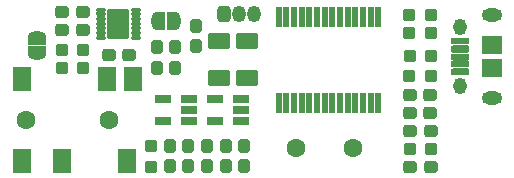
<source format=gts>
%TF.GenerationSoftware,KiCad,Pcbnew,(6.0.1-0)*%
%TF.CreationDate,2022-02-08T21:01:33-05:00*%
%TF.ProjectId,usbAudio,75736241-7564-4696-9f2e-6b696361645f,rev?*%
%TF.SameCoordinates,Original*%
%TF.FileFunction,Soldermask,Top*%
%TF.FilePolarity,Negative*%
%FSLAX46Y46*%
G04 Gerber Fmt 4.6, Leading zero omitted, Abs format (unit mm)*
G04 Created by KiCad (PCBNEW (6.0.1-0)) date 2022-02-08 21:01:33*
%MOMM*%
%LPD*%
G01*
G04 APERTURE LIST*
G04 Aperture macros list*
%AMRoundRect*
0 Rectangle with rounded corners*
0 $1 Rounding radius*
0 $2 $3 $4 $5 $6 $7 $8 $9 X,Y pos of 4 corners*
0 Add a 4 corners polygon primitive as box body*
4,1,4,$2,$3,$4,$5,$6,$7,$8,$9,$2,$3,0*
0 Add four circle primitives for the rounded corners*
1,1,$1+$1,$2,$3*
1,1,$1+$1,$4,$5*
1,1,$1+$1,$6,$7*
1,1,$1+$1,$8,$9*
0 Add four rect primitives between the rounded corners*
20,1,$1+$1,$2,$3,$4,$5,0*
20,1,$1+$1,$4,$5,$6,$7,0*
20,1,$1+$1,$6,$7,$8,$9,0*
20,1,$1+$1,$8,$9,$2,$3,0*%
%AMFreePoly0*
4,1,37,0.535921,0.785921,0.550800,0.750000,0.550800,-0.750000,0.535921,-0.785921,0.500000,-0.800800,0.000000,-0.800800,-0.012526,-0.795612,-0.080872,-0.794359,-0.095090,-0.792057,-0.230405,-0.749782,-0.243405,-0.743581,-0.361415,-0.665026,-0.372153,-0.655426,-0.463373,-0.546907,-0.470984,-0.534678,-0.528079,-0.404919,-0.531952,-0.391047,-0.549535,-0.256587,-0.548147,-0.256405,-0.550800,-0.250000,
-0.550800,0.250000,-0.550314,0.251174,-0.550158,0.263925,-0.528347,0.404002,-0.524136,0.417775,-0.463888,0.546100,-0.455980,0.558139,-0.362136,0.664397,-0.351168,0.673732,-0.231273,0.749380,-0.218125,0.755261,-0.081818,0.794218,-0.067547,0.796173,-0.011991,0.795833,0.000000,0.800800,0.500000,0.800800,0.535921,0.785921,0.535921,0.785921,$1*%
%AMFreePoly1*
4,1,37,0.012350,0.795685,0.074215,0.795307,0.088460,0.793178,0.224281,0.752559,0.237356,0.746518,0.356318,0.669411,0.367173,0.659942,0.459711,0.552545,0.467470,0.540411,0.526147,0.411359,0.530190,0.397535,0.550287,0.257202,0.550800,0.250000,0.550800,-0.250000,0.550796,-0.250620,0.550647,-0.262836,0.549947,-0.270644,0.526427,-0.410445,0.522048,-0.424167,0.460236,-0.551746,
0.452182,-0.563686,0.357047,-0.668790,0.345965,-0.677991,0.225155,-0.752168,0.211936,-0.757888,0.075163,-0.795177,0.060870,-0.796957,0.011464,-0.796051,0.000000,-0.800800,-0.500000,-0.800800,-0.535921,-0.785921,-0.550800,-0.750000,-0.550800,0.750000,-0.535921,0.785921,-0.500000,0.800800,0.000000,0.800800,0.012350,0.795685,0.012350,0.795685,$1*%
G04 Aperture macros list end*
%ADD10RoundRect,0.288300X-0.250000X-0.237500X0.250000X-0.237500X0.250000X0.237500X-0.250000X0.237500X0*%
%ADD11FreePoly0,270.000000*%
%ADD12FreePoly1,270.000000*%
%ADD13FreePoly1,180.000000*%
%ADD14FreePoly0,180.000000*%
%ADD15RoundRect,0.050800X-0.215900X0.825500X-0.215900X-0.825500X0.215900X-0.825500X0.215900X0.825500X0*%
%ADD16RoundRect,0.200800X0.512500X0.150000X-0.512500X0.150000X-0.512500X-0.150000X0.512500X-0.150000X0*%
%ADD17RoundRect,0.288300X-0.237500X0.300000X-0.237500X-0.300000X0.237500X-0.300000X0.237500X0.300000X0*%
%ADD18RoundRect,0.288300X0.300000X0.237500X-0.300000X0.237500X-0.300000X-0.237500X0.300000X-0.237500X0*%
%ADD19RoundRect,0.288300X-0.300000X-0.237500X0.300000X-0.237500X0.300000X0.237500X-0.300000X0.237500X0*%
%ADD20C,1.601600*%
%ADD21RoundRect,0.288300X0.237500X-0.300000X0.237500X0.300000X-0.237500X0.300000X-0.237500X-0.300000X0*%
%ADD22RoundRect,0.300800X0.650000X-0.412500X0.650000X0.412500X-0.650000X0.412500X-0.650000X-0.412500X0*%
%ADD23RoundRect,0.050800X0.355600X0.101600X-0.355600X0.101600X-0.355600X-0.101600X0.355600X-0.101600X0*%
%ADD24RoundRect,0.050800X0.850900X1.193800X-0.850900X1.193800X-0.850900X-1.193800X0.850900X-1.193800X0*%
%ADD25RoundRect,0.288300X-0.237500X0.250000X-0.237500X-0.250000X0.237500X-0.250000X0.237500X0.250000X0*%
%ADD26RoundRect,0.300800X-0.650000X0.412500X-0.650000X-0.412500X0.650000X-0.412500X0.650000X0.412500X0*%
%ADD27O,1.117600X1.397000*%
%ADD28O,1.752600X1.117600*%
%ADD29RoundRect,0.050800X0.825500X-0.749300X0.825500X0.749300X-0.825500X0.749300X-0.825500X-0.749300X0*%
%ADD30RoundRect,0.050800X0.673100X-0.228600X0.673100X0.228600X-0.673100X0.228600X-0.673100X-0.228600X0*%
%ADD31RoundRect,0.050800X-0.750000X-1.000000X0.750000X-1.000000X0.750000X1.000000X-0.750000X1.000000X0*%
%ADD32RoundRect,0.300700X-0.275100X-0.400100X0.275100X-0.400100X0.275100X0.400100X-0.275100X0.400100X0*%
%ADD33O,1.151600X1.401600*%
G04 APERTURE END LIST*
D10*
%TO.C,R7*%
X60717500Y-78659400D03*
X62542500Y-78659400D03*
%TD*%
%TO.C,R8*%
X60717500Y-77110000D03*
X62542500Y-77110000D03*
%TD*%
D11*
%TO.C,JP2*%
X58620000Y-76070000D03*
D12*
X58620000Y-77370000D03*
%TD*%
D13*
%TO.C,JP1*%
X68895200Y-74625200D03*
D14*
X70195200Y-74625200D03*
%TD*%
D10*
%TO.C,R6*%
X91996900Y-77647800D03*
X90171900Y-77647800D03*
%TD*%
D15*
%TO.C,U1*%
X87518001Y-74345800D03*
X86868000Y-74345800D03*
X86218001Y-74345800D03*
X85568000Y-74345800D03*
X84918002Y-74345800D03*
X84268000Y-74345800D03*
X83618002Y-74345800D03*
X82968003Y-74345800D03*
X82318002Y-74345800D03*
X81668003Y-74345800D03*
X81018002Y-74345800D03*
X80368003Y-74345800D03*
X79718002Y-74345800D03*
X79068003Y-74345800D03*
X79068001Y-81610200D03*
X79718002Y-81610200D03*
X80368001Y-81610200D03*
X81018002Y-81610200D03*
X81668000Y-81610200D03*
X82318002Y-81610200D03*
X82968000Y-81610200D03*
X83618002Y-81610200D03*
X84268000Y-81610200D03*
X84918002Y-81610200D03*
X85568000Y-81610200D03*
X86218001Y-81610200D03*
X86868000Y-81610200D03*
X87518001Y-81610200D03*
%TD*%
D16*
%TO.C,U4*%
X71520900Y-83134200D03*
X71520900Y-82184200D03*
X71520900Y-81234200D03*
X69245900Y-81234200D03*
X69245900Y-83134200D03*
%TD*%
%TO.C,U3*%
X75917500Y-83130000D03*
X75917500Y-82180000D03*
X75917500Y-81230000D03*
X73642500Y-81230000D03*
X73642500Y-83130000D03*
%TD*%
D17*
%TO.C,C17*%
X69850000Y-86943100D03*
X69850000Y-85218100D03*
%TD*%
%TO.C,C16*%
X71424800Y-86943100D03*
X71424800Y-85218100D03*
%TD*%
%TO.C,C13*%
X72974200Y-86943100D03*
X72974200Y-85218100D03*
%TD*%
D18*
%TO.C,C6*%
X64694700Y-77532000D03*
X66419700Y-77532000D03*
%TD*%
D19*
%TO.C,C15*%
X90223000Y-87045800D03*
X91948000Y-87045800D03*
%TD*%
D10*
%TO.C,R4*%
X90145700Y-74129900D03*
X91970700Y-74129900D03*
%TD*%
%TO.C,R5*%
X90145700Y-75653900D03*
X91970700Y-75653900D03*
%TD*%
%TO.C,R9*%
X91969600Y-79325300D03*
X90144600Y-79325300D03*
%TD*%
%TO.C,R10*%
X90170000Y-85521800D03*
X91995000Y-85521800D03*
%TD*%
D20*
%TO.C,Y1*%
X85390000Y-85370000D03*
X80510000Y-85370000D03*
%TD*%
D19*
%TO.C,C14*%
X90223000Y-83997800D03*
X91948000Y-83997800D03*
%TD*%
D18*
%TO.C,C9*%
X91900000Y-82473800D03*
X90175000Y-82473800D03*
%TD*%
D19*
%TO.C,C12*%
X91922600Y-80900100D03*
X90197600Y-80900100D03*
%TD*%
D21*
%TO.C,C10*%
X76150000Y-86942500D03*
X76150000Y-85217500D03*
%TD*%
%TO.C,C11*%
X74600000Y-85205000D03*
X74600000Y-86930000D03*
%TD*%
D22*
%TO.C,C3*%
X74041000Y-79476600D03*
X74041000Y-76351600D03*
%TD*%
D23*
%TO.C,U2*%
X67005800Y-76082000D03*
X67005800Y-75682001D03*
X67005800Y-75281999D03*
X67005800Y-74882000D03*
X67005800Y-74482001D03*
X67005800Y-74081999D03*
X67005800Y-73682000D03*
X64008600Y-73682000D03*
X64008600Y-74081999D03*
X64008600Y-74482001D03*
X64008600Y-74882000D03*
X64008600Y-75281999D03*
X64008600Y-75682001D03*
X64008600Y-76082000D03*
D24*
X65507200Y-74882000D03*
%TD*%
D25*
%TO.C,R1*%
X68275200Y-87018500D03*
X68275200Y-85193500D03*
%TD*%
D18*
%TO.C,C4*%
X60757900Y-75387200D03*
X62482900Y-75387200D03*
%TD*%
%TO.C,C2*%
X60757900Y-73863200D03*
X62482900Y-73863200D03*
%TD*%
D26*
%TO.C,C5*%
X76425000Y-76350000D03*
X76425000Y-79475000D03*
%TD*%
D27*
%TO.C,J1*%
X94462600Y-75168600D03*
X94462600Y-80168600D03*
D28*
X97137601Y-74168599D03*
X97137601Y-81168600D03*
D29*
X97137601Y-76668599D03*
X97137601Y-78668601D03*
D30*
X94462600Y-76368600D03*
X94462600Y-77018601D03*
X94462600Y-77668600D03*
X94462600Y-78318599D03*
X94462600Y-78968600D03*
%TD*%
D17*
%TO.C,C7*%
X68757800Y-76886900D03*
X68757800Y-78611900D03*
%TD*%
D31*
%TO.C,J3*%
X66219600Y-86532600D03*
X66719600Y-79532600D03*
X64519600Y-79532600D03*
X60719600Y-86532600D03*
X57319600Y-79532600D03*
X57319600Y-86532600D03*
D20*
X64719600Y-83032600D03*
X57719600Y-83032600D03*
%TD*%
D32*
%TO.C,J2*%
X74430000Y-74060000D03*
D33*
X75700000Y-74060000D03*
X76970000Y-74060000D03*
%TD*%
D21*
%TO.C,C1*%
X72085200Y-75031600D03*
X72085200Y-76756600D03*
%TD*%
D17*
%TO.C,C8*%
X70307200Y-78610800D03*
X70307200Y-76885800D03*
%TD*%
G36*
X95149869Y-78594161D02*
G01*
X95150259Y-78596123D01*
X95149476Y-78597143D01*
X95120138Y-78616743D01*
X95112920Y-78653027D01*
X95133593Y-78683970D01*
X95146646Y-78689377D01*
X95147864Y-78690964D01*
X95147099Y-78692812D01*
X95145491Y-78693187D01*
X95135501Y-78691200D01*
X93789699Y-78691200D01*
X93777225Y-78693681D01*
X93775331Y-78693038D01*
X93774941Y-78691076D01*
X93775724Y-78690056D01*
X93805062Y-78670456D01*
X93812280Y-78634172D01*
X93791607Y-78603229D01*
X93778554Y-78597822D01*
X93777336Y-78596235D01*
X93778101Y-78594387D01*
X93779709Y-78594012D01*
X93789699Y-78595999D01*
X95135501Y-78595999D01*
X95147975Y-78593518D01*
X95149869Y-78594161D01*
G37*
G36*
X95149874Y-77944161D02*
G01*
X95150264Y-77946123D01*
X95149481Y-77947143D01*
X95120143Y-77966743D01*
X95112925Y-78003027D01*
X95133598Y-78033970D01*
X95146651Y-78039377D01*
X95147869Y-78040964D01*
X95147104Y-78042812D01*
X95145496Y-78043187D01*
X95135501Y-78041199D01*
X93789699Y-78041199D01*
X93777220Y-78043681D01*
X93775326Y-78043038D01*
X93774936Y-78041076D01*
X93775719Y-78040056D01*
X93805057Y-78020456D01*
X93812275Y-77984172D01*
X93791602Y-77953229D01*
X93778549Y-77947822D01*
X93777331Y-77946235D01*
X93778096Y-77944387D01*
X93779704Y-77944012D01*
X93789699Y-77946000D01*
X95135501Y-77946000D01*
X95147980Y-77943518D01*
X95149874Y-77944161D01*
G37*
G36*
X95149874Y-77294162D02*
G01*
X95150264Y-77296124D01*
X95149481Y-77297144D01*
X95120143Y-77316744D01*
X95112925Y-77353028D01*
X95133598Y-77383971D01*
X95146651Y-77389378D01*
X95147869Y-77390965D01*
X95147104Y-77392813D01*
X95145496Y-77393188D01*
X95135501Y-77391200D01*
X93789699Y-77391200D01*
X93777220Y-77393682D01*
X93775326Y-77393039D01*
X93774936Y-77391077D01*
X93775719Y-77390057D01*
X93805057Y-77370457D01*
X93812275Y-77334173D01*
X93791602Y-77303230D01*
X93778549Y-77297823D01*
X93777331Y-77296236D01*
X93778096Y-77294388D01*
X93779704Y-77294013D01*
X93789699Y-77296001D01*
X95135501Y-77296001D01*
X95147980Y-77293519D01*
X95149874Y-77294162D01*
G37*
G36*
X95149869Y-76644162D02*
G01*
X95150259Y-76646124D01*
X95149476Y-76647144D01*
X95120138Y-76666744D01*
X95112920Y-76703028D01*
X95133593Y-76733971D01*
X95146646Y-76739378D01*
X95147864Y-76740965D01*
X95147099Y-76742813D01*
X95145491Y-76743188D01*
X95135501Y-76741201D01*
X93789699Y-76741201D01*
X93777225Y-76743682D01*
X93775331Y-76743039D01*
X93774941Y-76741077D01*
X93775724Y-76740057D01*
X93805062Y-76720457D01*
X93812280Y-76684173D01*
X93791607Y-76653230D01*
X93778554Y-76647823D01*
X93777336Y-76646236D01*
X93778101Y-76644388D01*
X93779709Y-76644013D01*
X93789699Y-76646000D01*
X95135501Y-76646000D01*
X95147975Y-76643519D01*
X95149869Y-76644162D01*
G37*
G36*
X64368317Y-75832562D02*
G01*
X64368707Y-75834524D01*
X64367924Y-75835544D01*
X64338587Y-75855145D01*
X64331369Y-75891429D01*
X64352044Y-75922372D01*
X64365092Y-75927777D01*
X64366310Y-75929364D01*
X64365545Y-75931212D01*
X64364200Y-75931526D01*
X64364200Y-75931600D01*
X63653199Y-75931600D01*
X63650777Y-75932082D01*
X63648883Y-75931439D01*
X63648493Y-75929477D01*
X63649276Y-75928457D01*
X63678613Y-75908856D01*
X63685831Y-75872572D01*
X63665156Y-75841629D01*
X63652108Y-75836224D01*
X63650890Y-75834637D01*
X63651655Y-75832789D01*
X63653000Y-75832475D01*
X63653000Y-75832401D01*
X64364001Y-75832401D01*
X64366423Y-75831919D01*
X64368317Y-75832562D01*
G37*
G36*
X67365517Y-75832562D02*
G01*
X67365907Y-75834524D01*
X67365124Y-75835544D01*
X67335787Y-75855145D01*
X67328569Y-75891429D01*
X67349244Y-75922372D01*
X67362292Y-75927777D01*
X67363510Y-75929364D01*
X67362745Y-75931212D01*
X67361400Y-75931526D01*
X67361400Y-75931600D01*
X66650399Y-75931600D01*
X66647977Y-75932082D01*
X66646083Y-75931439D01*
X66645693Y-75929477D01*
X66646476Y-75928457D01*
X66675813Y-75908856D01*
X66683031Y-75872572D01*
X66662356Y-75841629D01*
X66649308Y-75836224D01*
X66648090Y-75834637D01*
X66648855Y-75832789D01*
X66650200Y-75832475D01*
X66650200Y-75832401D01*
X67361201Y-75832401D01*
X67363623Y-75831919D01*
X67365517Y-75832562D01*
G37*
G36*
X67365510Y-75432563D02*
G01*
X67365900Y-75434524D01*
X67365117Y-75435544D01*
X67335779Y-75455146D01*
X67328561Y-75491429D01*
X67349237Y-75522372D01*
X67362283Y-75527777D01*
X67363501Y-75529364D01*
X67362735Y-75531212D01*
X67361400Y-75531520D01*
X67361400Y-75531601D01*
X66650399Y-75531601D01*
X66647984Y-75532081D01*
X66646090Y-75531437D01*
X66645700Y-75529476D01*
X66646483Y-75528456D01*
X66675821Y-75508854D01*
X66683039Y-75472571D01*
X66662363Y-75441628D01*
X66649317Y-75436223D01*
X66648099Y-75434636D01*
X66648865Y-75432788D01*
X66650200Y-75432480D01*
X66650200Y-75432399D01*
X67361201Y-75432399D01*
X67363616Y-75431919D01*
X67365510Y-75432563D01*
G37*
G36*
X64368310Y-75432563D02*
G01*
X64368700Y-75434524D01*
X64367917Y-75435544D01*
X64338579Y-75455146D01*
X64331361Y-75491429D01*
X64352037Y-75522372D01*
X64365083Y-75527777D01*
X64366301Y-75529364D01*
X64365535Y-75531212D01*
X64364200Y-75531520D01*
X64364200Y-75531601D01*
X63653199Y-75531601D01*
X63650784Y-75532081D01*
X63648890Y-75531437D01*
X63648500Y-75529476D01*
X63649283Y-75528456D01*
X63678621Y-75508854D01*
X63685839Y-75472571D01*
X63665163Y-75441628D01*
X63652117Y-75436223D01*
X63650899Y-75434636D01*
X63651665Y-75432788D01*
X63653000Y-75432480D01*
X63653000Y-75432399D01*
X64364001Y-75432399D01*
X64366416Y-75431919D01*
X64368310Y-75432563D01*
G37*
G36*
X64368317Y-75032561D02*
G01*
X64368707Y-75034523D01*
X64367924Y-75035543D01*
X64338587Y-75055144D01*
X64331369Y-75091428D01*
X64352044Y-75122371D01*
X64365092Y-75127776D01*
X64366310Y-75129363D01*
X64365545Y-75131211D01*
X64364200Y-75131525D01*
X64364200Y-75131599D01*
X63653199Y-75131599D01*
X63650777Y-75132081D01*
X63648883Y-75131438D01*
X63648493Y-75129476D01*
X63649276Y-75128456D01*
X63678613Y-75108855D01*
X63685831Y-75072571D01*
X63665156Y-75041628D01*
X63652108Y-75036223D01*
X63650890Y-75034636D01*
X63651655Y-75032788D01*
X63653000Y-75032474D01*
X63653000Y-75032400D01*
X64364001Y-75032400D01*
X64366423Y-75031918D01*
X64368317Y-75032561D01*
G37*
G36*
X67365517Y-75032561D02*
G01*
X67365907Y-75034523D01*
X67365124Y-75035543D01*
X67335787Y-75055144D01*
X67328569Y-75091428D01*
X67349244Y-75122371D01*
X67362292Y-75127776D01*
X67363510Y-75129363D01*
X67362745Y-75131211D01*
X67361400Y-75131525D01*
X67361400Y-75131599D01*
X66650399Y-75131599D01*
X66647977Y-75132081D01*
X66646083Y-75131438D01*
X66645693Y-75129476D01*
X66646476Y-75128456D01*
X66675813Y-75108855D01*
X66683031Y-75072571D01*
X66662356Y-75041628D01*
X66649308Y-75036223D01*
X66648090Y-75034636D01*
X66648855Y-75032788D01*
X66650200Y-75032474D01*
X66650200Y-75032400D01*
X67361201Y-75032400D01*
X67363623Y-75031918D01*
X67365517Y-75032561D01*
G37*
G36*
X67365517Y-74632562D02*
G01*
X67365907Y-74634524D01*
X67365124Y-74635544D01*
X67335787Y-74655145D01*
X67328569Y-74691429D01*
X67349244Y-74722372D01*
X67362292Y-74727777D01*
X67363510Y-74729364D01*
X67362745Y-74731212D01*
X67361400Y-74731526D01*
X67361400Y-74731600D01*
X66650399Y-74731600D01*
X66647977Y-74732082D01*
X66646083Y-74731439D01*
X66645693Y-74729477D01*
X66646476Y-74728457D01*
X66675813Y-74708856D01*
X66683031Y-74672572D01*
X66662356Y-74641629D01*
X66649308Y-74636224D01*
X66648090Y-74634637D01*
X66648855Y-74632789D01*
X66650200Y-74632475D01*
X66650200Y-74632401D01*
X67361201Y-74632401D01*
X67363623Y-74631919D01*
X67365517Y-74632562D01*
G37*
G36*
X64368317Y-74632562D02*
G01*
X64368707Y-74634524D01*
X64367924Y-74635544D01*
X64338587Y-74655145D01*
X64331369Y-74691429D01*
X64352044Y-74722372D01*
X64365092Y-74727777D01*
X64366310Y-74729364D01*
X64365545Y-74731212D01*
X64364200Y-74731526D01*
X64364200Y-74731600D01*
X63653199Y-74731600D01*
X63650777Y-74732082D01*
X63648883Y-74731439D01*
X63648493Y-74729477D01*
X63649276Y-74728457D01*
X63678613Y-74708856D01*
X63685831Y-74672572D01*
X63665156Y-74641629D01*
X63652108Y-74636224D01*
X63650890Y-74634637D01*
X63651655Y-74632789D01*
X63653000Y-74632475D01*
X63653000Y-74632401D01*
X64364001Y-74632401D01*
X64366423Y-74631919D01*
X64368317Y-74632562D01*
G37*
G36*
X64368310Y-74232563D02*
G01*
X64368700Y-74234524D01*
X64367917Y-74235544D01*
X64338579Y-74255146D01*
X64331361Y-74291429D01*
X64352037Y-74322372D01*
X64365083Y-74327777D01*
X64366301Y-74329364D01*
X64365535Y-74331212D01*
X64364200Y-74331520D01*
X64364200Y-74331601D01*
X63653199Y-74331601D01*
X63650784Y-74332081D01*
X63648890Y-74331437D01*
X63648500Y-74329476D01*
X63649283Y-74328456D01*
X63678621Y-74308854D01*
X63685839Y-74272571D01*
X63665163Y-74241628D01*
X63652117Y-74236223D01*
X63650899Y-74234636D01*
X63651665Y-74232788D01*
X63653000Y-74232480D01*
X63653000Y-74232399D01*
X64364001Y-74232399D01*
X64366416Y-74231919D01*
X64368310Y-74232563D01*
G37*
G36*
X67365510Y-74232563D02*
G01*
X67365900Y-74234524D01*
X67365117Y-74235544D01*
X67335779Y-74255146D01*
X67328561Y-74291429D01*
X67349237Y-74322372D01*
X67362283Y-74327777D01*
X67363501Y-74329364D01*
X67362735Y-74331212D01*
X67361400Y-74331520D01*
X67361400Y-74331601D01*
X66650399Y-74331601D01*
X66647984Y-74332081D01*
X66646090Y-74331437D01*
X66645700Y-74329476D01*
X66646483Y-74328456D01*
X66675821Y-74308854D01*
X66683039Y-74272571D01*
X66662363Y-74241628D01*
X66649317Y-74236223D01*
X66648099Y-74234636D01*
X66648865Y-74232788D01*
X66650200Y-74232480D01*
X66650200Y-74232399D01*
X67361201Y-74232399D01*
X67363616Y-74231919D01*
X67365510Y-74232563D01*
G37*
G36*
X64368317Y-73832561D02*
G01*
X64368707Y-73834523D01*
X64367924Y-73835543D01*
X64338587Y-73855144D01*
X64331369Y-73891428D01*
X64352044Y-73922371D01*
X64365092Y-73927776D01*
X64366310Y-73929363D01*
X64365545Y-73931211D01*
X64364200Y-73931525D01*
X64364200Y-73931599D01*
X63653199Y-73931599D01*
X63650777Y-73932081D01*
X63648883Y-73931438D01*
X63648493Y-73929476D01*
X63649276Y-73928456D01*
X63678613Y-73908855D01*
X63685831Y-73872571D01*
X63665156Y-73841628D01*
X63652108Y-73836223D01*
X63650890Y-73834636D01*
X63651655Y-73832788D01*
X63653000Y-73832474D01*
X63653000Y-73832400D01*
X64364001Y-73832400D01*
X64366423Y-73831918D01*
X64368317Y-73832561D01*
G37*
G36*
X67365517Y-73832561D02*
G01*
X67365907Y-73834523D01*
X67365124Y-73835543D01*
X67335787Y-73855144D01*
X67328569Y-73891428D01*
X67349244Y-73922371D01*
X67362292Y-73927776D01*
X67363510Y-73929363D01*
X67362745Y-73931211D01*
X67361400Y-73931525D01*
X67361400Y-73931599D01*
X66650399Y-73931599D01*
X66647977Y-73932081D01*
X66646083Y-73931438D01*
X66645693Y-73929476D01*
X66646476Y-73928456D01*
X66675813Y-73908855D01*
X66683031Y-73872571D01*
X66662356Y-73841628D01*
X66649308Y-73836223D01*
X66648090Y-73834636D01*
X66648855Y-73832788D01*
X66650200Y-73832474D01*
X66650200Y-73832400D01*
X67361201Y-73832400D01*
X67363623Y-73831918D01*
X67365517Y-73832561D01*
G37*
M02*

</source>
